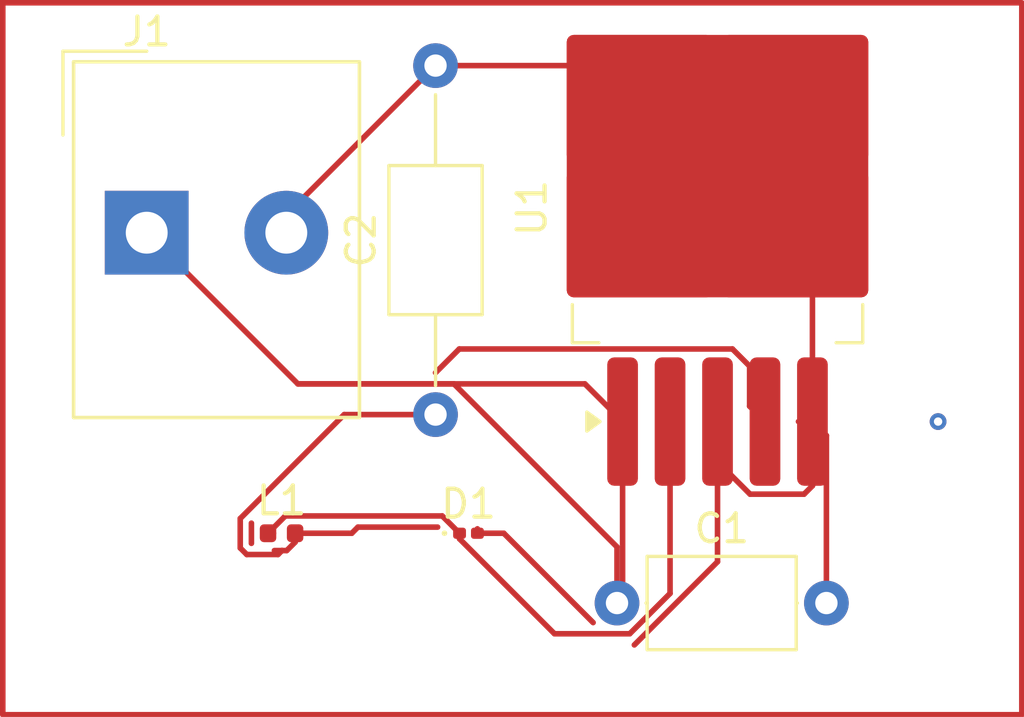
<source format=kicad_pcb>
(kicad_pcb (version 20240108) (generator "pcbnew") (generator_version "8.0")
  (layers (0 "F.Cu" signal) (31 "B.Cu" signal) (34 "B.Paste" user) (35 "F.Paste" user) (36 "B.SilkS" user "B.Silkscreen") (37 "F.SilkS" user "F.Silkscreen") (38 "B.Mask" user) (39 "F.Mask" user) (44 "Edge.Cuts" user))
  (net 0 "")
  (net 1 "+12V")
  (net 2 "GND")
  (net 3 "Net-(U1-FB)")
  (net 4 "Net-(D1-K)")
  (footprint "Diode_SMD:D_0201_0603Metric" (layer "F.Cu") (at 138.18 94.5)
    (property "Reference" "D1" (at 0 -1.05 0) (layer "F.SilkS"))
    (property "Value" "D_Schottky")
    (fp_circle (center -0.86 0) (end -0.81 0) (stroke (width 0.1)) (fill none) (layer "F.SilkS"))
    (pad "1" smd roundrect (at -0.32 0) (size 0.46 0.4) (layers "F.Cu" "F.Mask") (net 4 "Net-(D1-K)"))
    (pad "2" smd roundrect (at 0.32 0) (size 0.46 0.4) (layers "F.Cu" "F.Mask") (net 2 "GND"))
  )
  (footprint "Capacitor_THT:C_Axial_L5.1mm_D3.1mm_P7.50mm_Horizontal" (layer "F.Cu") (at 143.5 97)
    (property "Reference" "C1" (at 3.75 -2.67 0) (layer "F.SilkS"))
    (property "Value" "680u")
    (fp_line (start 1.04 0) (end 1.08 0) (stroke (width 0.12)) (layer "F.SilkS"))
    (fp_line (start 1.08 -1.67) (end 1.08 1.67) (stroke (width 0.12)) (layer "F.SilkS"))
    (fp_line (start 1.08 1.67) (end 6.42 1.67) (stroke (width 0.12)) (layer "F.SilkS"))
    (fp_line (start 6.42 -1.67) (end 1.08 -1.67) (stroke (width 0.12)) (layer "F.SilkS"))
    (fp_line (start 6.42 1.67) (end 6.42 -1.67) (stroke (width 0.12)) (layer "F.SilkS"))
    (fp_line (start 6.46 0) (end 6.42 0) (stroke (width 0.12)) (layer "F.SilkS"))
    (pad "1" thru_hole circle (at 0 0) (size 1.6 1.6) (drill 0.8) (layers "*.Cu" "*.Mask") (net 1 "+12V"))
    (pad "2" thru_hole oval (at 7.5 0) (size 1.6 1.6) (drill 0.8) (layers "*.Cu" "*.Mask") (net 2 "GND"))
  )
  (footprint "Capacitor_THT:C_Axial_L5.1mm_D3.1mm_P12.50mm_Horizontal" (layer "F.Cu") (at 137 90.25 90)
    (property "Reference" "C2" (at 6.25 -2.67 90) (layer "F.SilkS"))
    (property "Value" "220u")
    (fp_line (start 8.92 -1.67) (end 3.58 -1.67) (stroke (width 0.12)) (layer "F.SilkS"))
    (fp_line (start 3.58 -1.67) (end 3.58 1.67) (stroke (width 0.12)) (layer "F.SilkS"))
    (fp_line (start 11.46 0) (end 8.92 0) (stroke (width 0.12)) (layer "F.SilkS"))
    (fp_line (start 1.04 0) (end 3.58 0) (stroke (width 0.12)) (layer "F.SilkS"))
    (fp_line (start 8.92 1.67) (end 8.92 -1.67) (stroke (width 0.12)) (layer "F.SilkS"))
    (fp_line (start 3.58 1.67) (end 8.92 1.67) (stroke (width 0.12)) (layer "F.SilkS"))
    (pad "1" thru_hole circle (at 0 0 90) (size 1.6 1.6) (drill 0.8) (layers "*.Cu" "*.Mask") (net 3 "Net-(U1-FB)"))
    (pad "2" thru_hole oval (at 12.5 0 90) (size 1.6 1.6) (drill 0.8) (layers "*.Cu" "*.Mask") (net 2 "GND"))
  )
  (footprint "Package_TO_SOT_SMD:TO-263-5_TabPin3" (layer "F.Cu") (at 147.1 82.85 90)
    (property "Reference" "U1" (at 0 -6.65 90) (layer "F.SilkS"))
    (property "Value" "LM2596S-12")
    (fp_line (start -3.46 -5.2) (end -4.825 -5.2) (stroke (width 0.12)) (layer "F.SilkS"))
    (fp_line (start -4.825 -5.2) (end -4.825 -4.25) (stroke (width 0.12)) (layer "F.SilkS"))
    (fp_line (start -3.46 5.2) (end -4.825 5.2) (stroke (width 0.12)) (layer "F.SilkS"))
    (fp_line (start -4.825 5.2) (end -4.825 4.25) (stroke (width 0.12)) (layer "F.SilkS"))
    (fp_poly (pts (xy -7.65 -4.21) (xy -7.99 -4.68) (xy -7.31 -4.68) (xy -7.65 -4.21)) (stroke (width 0.12)) (fill solid) (layer "F.SilkS"))
    (pad "1" smd roundrect (at -7.65 -3.4 90) (size 4.6 1.1) (layers "F.Cu" "F.Paste" "F.Mask") (roundrect_rratio 0.227273) (net 1 "+12V"))
    (pad "2" smd roundrect (at -7.65 -1.7 90) (size 4.6 1.1) (layers "F.Cu" "F.Paste" "F.Mask") (roundrect_rratio 0.227273) (net 4 "Net-(D1-K)"))
    (pad "3" smd roundrect (at -7.65 0 90) (size 4.6 1.1) (layers "F.Cu" "F.Paste" "F.Mask") (roundrect_rratio 0.227273) (net 2 "GND"))
    (pad "3" smd roundrect (at -0.925 -2.775 90) (size 4.55 5.25) (layers "F.Cu" "F.Paste") (roundrect_rratio 0.054945) (net 2 "GND"))
    (pad "3" smd roundrect (at -0.925 2.775 90) (size 4.55 5.25) (layers "F.Cu" "F.Paste") (roundrect_rratio 0.054945) (net 2 "GND"))
    (pad "3" smd roundrect (at 1.5 0 90) (size 9.4 10.8) (layers "F.Cu" "F.Mask") (roundrect_rratio 0.026596) (net 2 "GND"))
    (pad "3" smd roundrect (at 3.925 -2.775 90) (size 4.55 5.25) (layers "F.Cu" "F.Paste") (roundrect_rratio 0.054945) (net 2 "GND"))
    (pad "3" smd roundrect (at 3.925 2.775 90) (size 4.55 5.25) (layers "F.Cu" "F.Paste") (roundrect_rratio 0.054945) (net 2 "GND"))
    (pad "4" smd roundrect (at -7.65 1.7 90) (size 4.6 1.1) (layers "F.Cu" "F.Paste" "F.Mask") (roundrect_rratio 0.227273) (net 3 "Net-(U1-FB)"))
    (pad "5" smd roundrect (at -7.65 3.4 90) (size 4.6 1.1) (layers "F.Cu" "F.Paste" "F.Mask") (roundrect_rratio 0.227273) (net 2 "GND"))
  )
  (footprint "TerminalBlock_Altech:Altech_AK300_1x02_P5.00mm_45-Degree" (layer "F.Cu") (at 126.655 83.735)
    (property "Reference" "J1" (at 0 -7.2 0) (layer "F.SilkS"))
    (property "Value" "Screw_Terminal")
    (fp_line (start -3 -6.5) (end 0 -6.5) (stroke (width 0.12)) (layer "F.SilkS"))
    (fp_line (start -3 -3.5) (end -3 -6.5) (stroke (width 0.12)) (layer "F.SilkS"))
    (fp_line (start -2.62 -6.12) (end -2.62 6.62) (stroke (width 0.12)) (layer "F.SilkS"))
    (fp_line (start -2.62 -6.12) (end -2.62 6.62) (stroke (width 0.12)) (layer "F.SilkS"))
    (fp_line (start -2.62 -6.12) (end 7.62 -6.12) (stroke (width 0.12)) (layer "F.SilkS"))
    (fp_line (start -2.62 -6.12) (end 7.62 -6.12) (stroke (width 0.12)) (layer "F.SilkS"))
    (fp_line (start -2.62 6.62) (end 7.62 6.62) (stroke (width 0.12)) (layer "F.SilkS"))
    (fp_line (start -2.62 6.62) (end 7.62 6.62) (stroke (width 0.12)) (layer "F.SilkS"))
    (fp_line (start 7.62 -6.12) (end 7.62 6.62) (stroke (width 0.12)) (layer "F.SilkS"))
    (fp_line (start 7.62 -6.12) (end 7.62 6.62) (stroke (width 0.12)) (layer "F.SilkS"))
    (pad "1" thru_hole rect (at 0 0) (size 3 3) (drill 1.5) (layers "*.Cu" "*.Mask") (net 1 "+12V"))
    (pad "2" thru_hole circle (at 5 0) (size 3 3) (drill 1.5) (layers "*.Cu" "*.Mask") (net 2 "GND"))
  )
  (footprint "Inductor_SMD:L_0402_1005Metric" (layer "F.Cu") (at 131.485 94.5)
    (property "Reference" "L1" (at 0 -1.17 0) (layer "F.SilkS"))
    (property "Value" "330uH")
    (pad "1" smd roundrect (at -0.485 0) (size 0.59 0.64) (layers "F.Cu" "F.Paste" "F.Mask") (net 4 "Net-(D1-K)"))
    (pad "2" smd roundrect (at 0.485 0) (size 0.59 0.64) (layers "F.Cu" "F.Paste" "F.Mask") (net 3 "Net-(U1-FB)"))
  )
  (gr_rect (start 121.5 75.5) (end 158 101) (stroke (width 0.2)) (fill none) (layer "F.Cu"))
  (via (at 155 90.5) (size 0.6) (drill 0.3) (layers "F.Cu" "B.Cu") (net 0))
  (segment (start 132.07 89.15) (end 142.35 89.15) (width 0.2) (layer "F.Cu") (net 1))
  (segment (start 143.5 97) (end 143.5 94.989949) (width 0.2) (layer "F.Cu") (net 1))
  (segment (start 137.660051 89.15) (end 132.07 89.15) (width 0.2) (layer "F.Cu") (net 1))
  (segment (start 132.07 89.15) (end 126.655 83.735) (width 0.2) (layer "F.Cu") (net 1))
  (segment (start 143.5 94.989949) (end 137.660051 89.15) (width 0.2) (layer "F.Cu") (net 1))
  (segment (start 143.5 96.5) (end 143.7 96.3) (width 0.2) (layer "F.Cu") (net 1))
  (segment (start 143.5 97) (end 143.5 96.5) (width 0.2) (layer "F.Cu") (net 1))
  (segment (start 126.655 83.735) (end 126.655 83.845) (width 0.2) (layer "F.Cu") (net 1))
  (segment (start 125.655 83.845) (end 125.5 84) (width 0.2) (layer "F.Cu") (net 1))
  (segment (start 142.35 89.15) (end 143.7 90.5) (width 0.2) (layer "F.Cu") (net 1))
  (segment (start 125.655 83.735) (end 125.655 83.845) (width 0.2) (layer "F.Cu") (net 1))
  (segment (start 126.655 83.845) (end 126.5 84) (width 0.2) (layer "F.Cu") (net 1))
  (segment (start 143.7 96.3) (end 143.7 90.5) (width 0.2) (layer "F.Cu") (net 1))
  (segment (start 143.15 77.75) (end 144.325 78.925) (width 0.2) (layer "F.Cu") (net 2))
  (segment (start 139.444365 94.5) (end 142.644365 97.7) (width 0.2) (layer "F.Cu") (net 2))
  (segment (start 150.5 90.5) (end 150.5 92.8) (width 0.2) (layer "F.Cu") (net 2))
  (segment (start 151 97) (end 151 91) (width 0.2) (layer "F.Cu") (net 2))
  (segment (start 138.5 94.341544) (end 138.5 94.5) (width 0.2) (layer "F.Cu") (net 2))
  (segment (start 147.1 95.521321) (end 144.121321 98.5) (width 0.2) (layer "F.Cu") (net 2))
  (segment (start 138.5 94.5) (end 139.444365 94.5) (width 0.2) (layer "F.Cu") (net 2))
  (segment (start 137 77.75) (end 143.15 77.75) (width 0.2) (layer "F.Cu") (net 2))
  (segment (start 150.2 93.1) (end 148.265256 93.1) (width 0.2) (layer "F.Cu") (net 2))
  (segment (start 137 77.75) (end 131.655 83.095) (width 0.2) (layer "F.Cu") (net 2))
  (segment (start 131.655 83.095) (end 131.655 83.735) (width 0.2) (layer "F.Cu") (net 2))
  (segment (start 150.5 90.5) (end 150.5 84.4) (width 0.2) (layer "F.Cu") (net 2))
  (segment (start 151 91) (end 150.5 90.5) (width 0.2) (layer "F.Cu") (net 2))
  (segment (start 147.1 90.5) (end 147.1 95.521321) (width 0.2) (layer "F.Cu") (net 2))
  (segment (start 150.5 92.8) (end 150.2 93.1) (width 0.2) (layer "F.Cu") (net 2))
  (segment (start 150.5 84.4) (end 149.875 83.775) (width 0.2) (layer "F.Cu") (net 2))
  (segment (start 137 77.75) (end 137 78) (width 0.2) (layer "F.Cu") (net 2))
  (segment (start 150.5 90.5) (end 150 90.5) (width 0.2) (layer "F.Cu") (net 2))
  (segment (start 148.265256 93.1) (end 147.1 91.934744) (width 0.2) (layer "F.Cu") (net 2))
  (segment (start 147.1 91.934744) (end 147.1 90.5) (width 0.2) (layer "F.Cu") (net 2))
  (segment (start 130.405 94.861948) (end 130.405 94.138052) (width 0.2) (layer "F.Cu") (net 2))
  (segment (start 147.634744 87.9) (end 137.85 87.9) (width 0.2) (layer "F.Cu") (net 3))
  (segment (start 148.25 88.515256) (end 147.634744 87.9) (width 0.2) (layer "F.Cu") (net 3))
  (segment (start 137.85 87.9) (end 137 88.75) (width 0.2) (layer "F.Cu") (net 3))
  (segment (start 131.5 95.12) (end 131.228738 95.12) (width 0.2) (layer "F.Cu") (net 3))
  (segment (start 131.97 94.819999) (end 131.669999 95.12) (width 0.2) (layer "F.Cu") (net 3))
  (segment (start 130.005 95.027633) (end 130.239315 95.261948) (width 0.2) (layer "F.Cu") (net 3))
  (segment (start 137 90.25) (end 133.727367 90.25) (width 0.2) (layer "F.Cu") (net 3))
  (segment (start 130.005 93.972367) (end 130.005 95.027633) (width 0.2) (layer "F.Cu") (net 3))
  (segment (start 148.25 89.95) (end 148.25 88.515256) (width 0.2) (layer "F.Cu") (net 3))
  (segment (start 134 94.5) (end 134.22 94.28) (width 0.2) (layer "F.Cu") (net 3))
  (segment (start 131.97 94.5) (end 134 94.5) (width 0.2) (layer "F.Cu") (net 3))
  (segment (start 131.358052 95.261948) (end 131.5 95.12) (width 0.2) (layer "F.Cu") (net 3))
  (segment (start 131.97 94.5) (end 131.97 94.819999) (width 0.2) (layer "F.Cu") (net 3))
  (segment (start 134.22 94.28) (end 137.074314 94.28) (width 0.2) (layer "F.Cu") (net 3))
  (segment (start 133.727367 90.25) (end 130.005 93.972367) (width 0.2) (layer "F.Cu") (net 3))
  (segment (start 131.669999 95.12) (end 131.5 95.12) (width 0.2) (layer "F.Cu") (net 3))
  (segment (start 130.239315 95.261948) (end 131.358052 95.261948) (width 0.2) (layer "F.Cu") (net 3))
  (segment (start 148.8 90.5) (end 148.25 89.95) (width 0.2) (layer "F.Cu") (net 3))
  (segment (start 143.955635 98.1) (end 145.4 96.655635) (width 0.2) (layer "F.Cu") (net 4))
  (segment (start 131 94.5) (end 131.62 93.88) (width 0.2) (layer "F.Cu") (net 4))
  (segment (start 145.4 96.655635) (end 145.4 90.5) (width 0.2) (layer "F.Cu") (net 4))
  (segment (start 137.86 94.699999) (end 141.260001 98.1) (width 0.2) (layer "F.Cu") (net 4))
  (segment (start 137.86 94.5) (end 137.86 94.699999) (width 0.2) (layer "F.Cu") (net 4))
  (segment (start 137.24 93.88) (end 137.86 94.5) (width 0.2) (layer "F.Cu") (net 4))
  (segment (start 131.62 93.88) (end 137.24 93.88) (width 0.2) (layer "F.Cu") (net 4))
  (segment (start 131 94.5) (end 131.195 94.5) (width 0.2) (layer "F.Cu") (net 4))
  (segment (start 141.260001 98.1) (end 143.955635 98.1) (width 0.2) (layer "F.Cu") (net 4))
)
</source>
